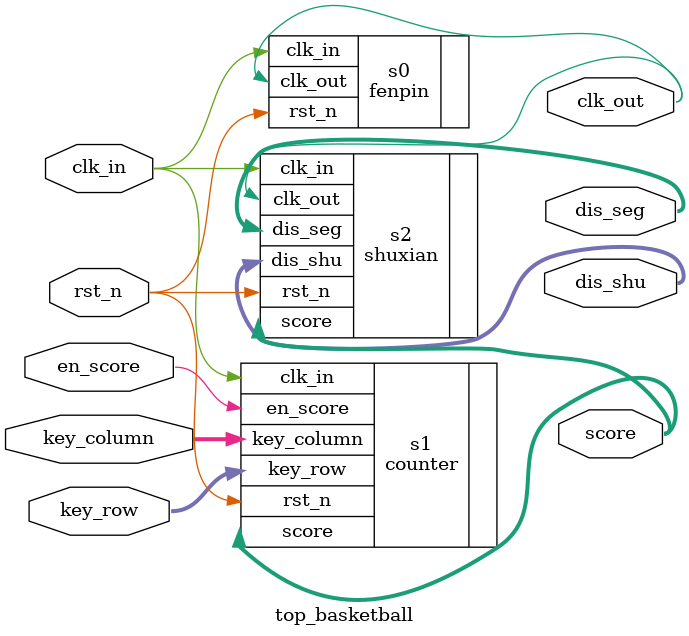
<source format=v>
module top_basketball( 
input rst_n,
input clk_in,
input en_score,   
input [3:0]key_row,
input [3:0]key_column,
output wire clk_out,
output wire[2:0] dis_shu,
output wire[6:0] dis_seg,
output wire[15:0] score
);


fenpin s0(
.clk_in(clk_in),
.rst_n(rst_n),
.clk_out(clk_out)
);
counter s1(
.clk_in(clk_in), 
.rst_n(rst_n), 
.key_row(key_row), 
.key_column(key_column), 
.en_score(en_score),
.score(score)
);

shuxian s2(
.clk_in(clk_in),
.clk_out(clk_out), 
.rst_n(rst_n),
.score(score), 
.dis_seg (dis_seg),
.dis_shu (dis_shu)
);
endmodule
</source>
